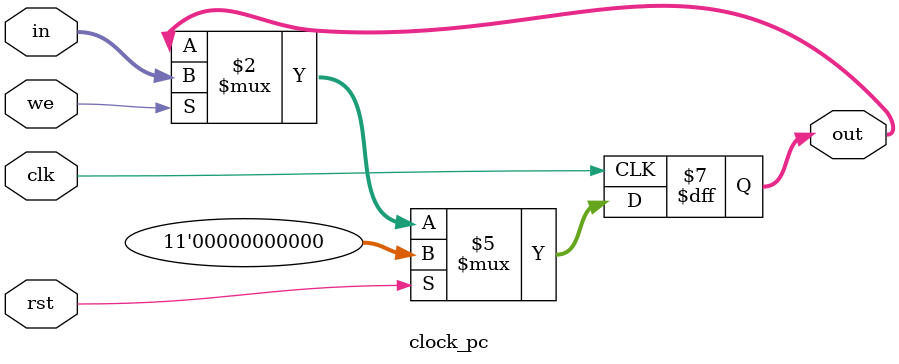
<source format=v>
`timescale 1ns / 1ps
module clock_pc(
   input wire clk,
	input wire rst,
	input wire we,
	input wire [10:0] in,
	output reg [10:0] out
	);
	always @(posedge clk) begin
		if(rst)out<=0;
		else if(we)out<=in;
	end


endmodule

</source>
